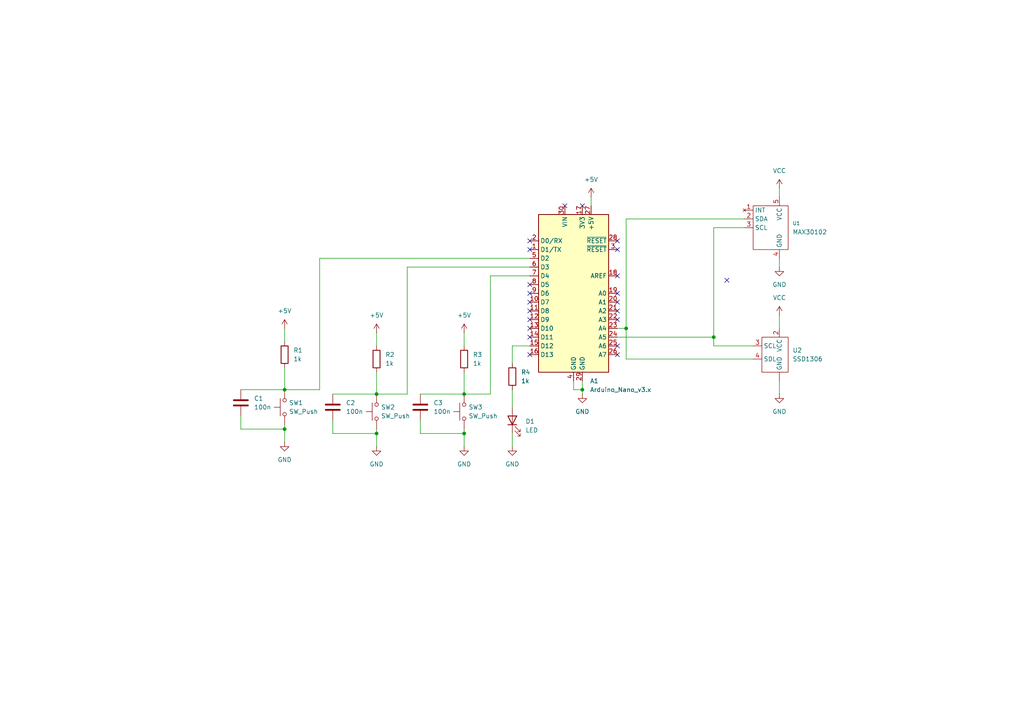
<source format=kicad_sch>
(kicad_sch
	(version 20231120)
	(generator "eeschema")
	(generator_version "8.0")
	(uuid "7eef08fa-fbc0-455c-94fd-5eca8092028b")
	(paper "A4")
	(lib_symbols
		(symbol "Device:C"
			(pin_numbers hide)
			(pin_names
				(offset 0.254)
			)
			(exclude_from_sim no)
			(in_bom yes)
			(on_board yes)
			(property "Reference" "C"
				(at 0.635 2.54 0)
				(effects
					(font
						(size 1.27 1.27)
					)
					(justify left)
				)
			)
			(property "Value" "C"
				(at 0.635 -2.54 0)
				(effects
					(font
						(size 1.27 1.27)
					)
					(justify left)
				)
			)
			(property "Footprint" ""
				(at 0.9652 -3.81 0)
				(effects
					(font
						(size 1.27 1.27)
					)
					(hide yes)
				)
			)
			(property "Datasheet" "~"
				(at 0 0 0)
				(effects
					(font
						(size 1.27 1.27)
					)
					(hide yes)
				)
			)
			(property "Description" "Unpolarized capacitor"
				(at 0 0 0)
				(effects
					(font
						(size 1.27 1.27)
					)
					(hide yes)
				)
			)
			(property "ki_keywords" "cap capacitor"
				(at 0 0 0)
				(effects
					(font
						(size 1.27 1.27)
					)
					(hide yes)
				)
			)
			(property "ki_fp_filters" "C_*"
				(at 0 0 0)
				(effects
					(font
						(size 1.27 1.27)
					)
					(hide yes)
				)
			)
			(symbol "C_0_1"
				(polyline
					(pts
						(xy -2.032 -0.762) (xy 2.032 -0.762)
					)
					(stroke
						(width 0.508)
						(type default)
					)
					(fill
						(type none)
					)
				)
				(polyline
					(pts
						(xy -2.032 0.762) (xy 2.032 0.762)
					)
					(stroke
						(width 0.508)
						(type default)
					)
					(fill
						(type none)
					)
				)
			)
			(symbol "C_1_1"
				(pin passive line
					(at 0 3.81 270)
					(length 2.794)
					(name "~"
						(effects
							(font
								(size 1.27 1.27)
							)
						)
					)
					(number "1"
						(effects
							(font
								(size 1.27 1.27)
							)
						)
					)
				)
				(pin passive line
					(at 0 -3.81 90)
					(length 2.794)
					(name "~"
						(effects
							(font
								(size 1.27 1.27)
							)
						)
					)
					(number "2"
						(effects
							(font
								(size 1.27 1.27)
							)
						)
					)
				)
			)
		)
		(symbol "Device:LED"
			(pin_numbers hide)
			(pin_names
				(offset 1.016) hide)
			(exclude_from_sim no)
			(in_bom yes)
			(on_board yes)
			(property "Reference" "D"
				(at 0 2.54 0)
				(effects
					(font
						(size 1.27 1.27)
					)
				)
			)
			(property "Value" "LED"
				(at 0 -2.54 0)
				(effects
					(font
						(size 1.27 1.27)
					)
				)
			)
			(property "Footprint" ""
				(at 0 0 0)
				(effects
					(font
						(size 1.27 1.27)
					)
					(hide yes)
				)
			)
			(property "Datasheet" "~"
				(at 0 0 0)
				(effects
					(font
						(size 1.27 1.27)
					)
					(hide yes)
				)
			)
			(property "Description" "Light emitting diode"
				(at 0 0 0)
				(effects
					(font
						(size 1.27 1.27)
					)
					(hide yes)
				)
			)
			(property "ki_keywords" "LED diode"
				(at 0 0 0)
				(effects
					(font
						(size 1.27 1.27)
					)
					(hide yes)
				)
			)
			(property "ki_fp_filters" "LED* LED_SMD:* LED_THT:*"
				(at 0 0 0)
				(effects
					(font
						(size 1.27 1.27)
					)
					(hide yes)
				)
			)
			(symbol "LED_0_1"
				(polyline
					(pts
						(xy -1.27 -1.27) (xy -1.27 1.27)
					)
					(stroke
						(width 0.254)
						(type default)
					)
					(fill
						(type none)
					)
				)
				(polyline
					(pts
						(xy -1.27 0) (xy 1.27 0)
					)
					(stroke
						(width 0)
						(type default)
					)
					(fill
						(type none)
					)
				)
				(polyline
					(pts
						(xy 1.27 -1.27) (xy 1.27 1.27) (xy -1.27 0) (xy 1.27 -1.27)
					)
					(stroke
						(width 0.254)
						(type default)
					)
					(fill
						(type none)
					)
				)
				(polyline
					(pts
						(xy -3.048 -0.762) (xy -4.572 -2.286) (xy -3.81 -2.286) (xy -4.572 -2.286) (xy -4.572 -1.524)
					)
					(stroke
						(width 0)
						(type default)
					)
					(fill
						(type none)
					)
				)
				(polyline
					(pts
						(xy -1.778 -0.762) (xy -3.302 -2.286) (xy -2.54 -2.286) (xy -3.302 -2.286) (xy -3.302 -1.524)
					)
					(stroke
						(width 0)
						(type default)
					)
					(fill
						(type none)
					)
				)
			)
			(symbol "LED_1_1"
				(pin passive line
					(at -3.81 0 0)
					(length 2.54)
					(name "K"
						(effects
							(font
								(size 1.27 1.27)
							)
						)
					)
					(number "1"
						(effects
							(font
								(size 1.27 1.27)
							)
						)
					)
				)
				(pin passive line
					(at 3.81 0 180)
					(length 2.54)
					(name "A"
						(effects
							(font
								(size 1.27 1.27)
							)
						)
					)
					(number "2"
						(effects
							(font
								(size 1.27 1.27)
							)
						)
					)
				)
			)
		)
		(symbol "Device:R"
			(pin_numbers hide)
			(pin_names
				(offset 0)
			)
			(exclude_from_sim no)
			(in_bom yes)
			(on_board yes)
			(property "Reference" "R"
				(at 2.032 0 90)
				(effects
					(font
						(size 1.27 1.27)
					)
				)
			)
			(property "Value" "R"
				(at 0 0 90)
				(effects
					(font
						(size 1.27 1.27)
					)
				)
			)
			(property "Footprint" ""
				(at -1.778 0 90)
				(effects
					(font
						(size 1.27 1.27)
					)
					(hide yes)
				)
			)
			(property "Datasheet" "~"
				(at 0 0 0)
				(effects
					(font
						(size 1.27 1.27)
					)
					(hide yes)
				)
			)
			(property "Description" "Resistor"
				(at 0 0 0)
				(effects
					(font
						(size 1.27 1.27)
					)
					(hide yes)
				)
			)
			(property "ki_keywords" "R res resistor"
				(at 0 0 0)
				(effects
					(font
						(size 1.27 1.27)
					)
					(hide yes)
				)
			)
			(property "ki_fp_filters" "R_*"
				(at 0 0 0)
				(effects
					(font
						(size 1.27 1.27)
					)
					(hide yes)
				)
			)
			(symbol "R_0_1"
				(rectangle
					(start -1.016 -2.54)
					(end 1.016 2.54)
					(stroke
						(width 0.254)
						(type default)
					)
					(fill
						(type none)
					)
				)
			)
			(symbol "R_1_1"
				(pin passive line
					(at 0 3.81 270)
					(length 1.27)
					(name "~"
						(effects
							(font
								(size 1.27 1.27)
							)
						)
					)
					(number "1"
						(effects
							(font
								(size 1.27 1.27)
							)
						)
					)
				)
				(pin passive line
					(at 0 -3.81 90)
					(length 1.27)
					(name "~"
						(effects
							(font
								(size 1.27 1.27)
							)
						)
					)
					(number "2"
						(effects
							(font
								(size 1.27 1.27)
							)
						)
					)
				)
			)
		)
		(symbol "MCU_Module:Arduino_Nano_v3.x"
			(exclude_from_sim no)
			(in_bom yes)
			(on_board yes)
			(property "Reference" "A"
				(at -10.16 23.495 0)
				(effects
					(font
						(size 1.27 1.27)
					)
					(justify left bottom)
				)
			)
			(property "Value" "Arduino_Nano_v3.x"
				(at 5.08 -24.13 0)
				(effects
					(font
						(size 1.27 1.27)
					)
					(justify left top)
				)
			)
			(property "Footprint" "Module:Arduino_Nano"
				(at 0 0 0)
				(effects
					(font
						(size 1.27 1.27)
						(italic yes)
					)
					(hide yes)
				)
			)
			(property "Datasheet" "http://www.mouser.com/pdfdocs/Gravitech_Arduino_Nano3_0.pdf"
				(at 0 0 0)
				(effects
					(font
						(size 1.27 1.27)
					)
					(hide yes)
				)
			)
			(property "Description" "Arduino Nano v3.x"
				(at 0 0 0)
				(effects
					(font
						(size 1.27 1.27)
					)
					(hide yes)
				)
			)
			(property "ki_keywords" "Arduino nano microcontroller module USB"
				(at 0 0 0)
				(effects
					(font
						(size 1.27 1.27)
					)
					(hide yes)
				)
			)
			(property "ki_fp_filters" "Arduino*Nano*"
				(at 0 0 0)
				(effects
					(font
						(size 1.27 1.27)
					)
					(hide yes)
				)
			)
			(symbol "Arduino_Nano_v3.x_0_1"
				(rectangle
					(start -10.16 22.86)
					(end 10.16 -22.86)
					(stroke
						(width 0.254)
						(type default)
					)
					(fill
						(type background)
					)
				)
			)
			(symbol "Arduino_Nano_v3.x_1_1"
				(pin bidirectional line
					(at -12.7 12.7 0)
					(length 2.54)
					(name "D1/TX"
						(effects
							(font
								(size 1.27 1.27)
							)
						)
					)
					(number "1"
						(effects
							(font
								(size 1.27 1.27)
							)
						)
					)
				)
				(pin bidirectional line
					(at -12.7 -2.54 0)
					(length 2.54)
					(name "D7"
						(effects
							(font
								(size 1.27 1.27)
							)
						)
					)
					(number "10"
						(effects
							(font
								(size 1.27 1.27)
							)
						)
					)
				)
				(pin bidirectional line
					(at -12.7 -5.08 0)
					(length 2.54)
					(name "D8"
						(effects
							(font
								(size 1.27 1.27)
							)
						)
					)
					(number "11"
						(effects
							(font
								(size 1.27 1.27)
							)
						)
					)
				)
				(pin bidirectional line
					(at -12.7 -7.62 0)
					(length 2.54)
					(name "D9"
						(effects
							(font
								(size 1.27 1.27)
							)
						)
					)
					(number "12"
						(effects
							(font
								(size 1.27 1.27)
							)
						)
					)
				)
				(pin bidirectional line
					(at -12.7 -10.16 0)
					(length 2.54)
					(name "D10"
						(effects
							(font
								(size 1.27 1.27)
							)
						)
					)
					(number "13"
						(effects
							(font
								(size 1.27 1.27)
							)
						)
					)
				)
				(pin bidirectional line
					(at -12.7 -12.7 0)
					(length 2.54)
					(name "D11"
						(effects
							(font
								(size 1.27 1.27)
							)
						)
					)
					(number "14"
						(effects
							(font
								(size 1.27 1.27)
							)
						)
					)
				)
				(pin bidirectional line
					(at -12.7 -15.24 0)
					(length 2.54)
					(name "D12"
						(effects
							(font
								(size 1.27 1.27)
							)
						)
					)
					(number "15"
						(effects
							(font
								(size 1.27 1.27)
							)
						)
					)
				)
				(pin bidirectional line
					(at -12.7 -17.78 0)
					(length 2.54)
					(name "D13"
						(effects
							(font
								(size 1.27 1.27)
							)
						)
					)
					(number "16"
						(effects
							(font
								(size 1.27 1.27)
							)
						)
					)
				)
				(pin power_out line
					(at 2.54 25.4 270)
					(length 2.54)
					(name "3V3"
						(effects
							(font
								(size 1.27 1.27)
							)
						)
					)
					(number "17"
						(effects
							(font
								(size 1.27 1.27)
							)
						)
					)
				)
				(pin input line
					(at 12.7 5.08 180)
					(length 2.54)
					(name "AREF"
						(effects
							(font
								(size 1.27 1.27)
							)
						)
					)
					(number "18"
						(effects
							(font
								(size 1.27 1.27)
							)
						)
					)
				)
				(pin bidirectional line
					(at 12.7 0 180)
					(length 2.54)
					(name "A0"
						(effects
							(font
								(size 1.27 1.27)
							)
						)
					)
					(number "19"
						(effects
							(font
								(size 1.27 1.27)
							)
						)
					)
				)
				(pin bidirectional line
					(at -12.7 15.24 0)
					(length 2.54)
					(name "D0/RX"
						(effects
							(font
								(size 1.27 1.27)
							)
						)
					)
					(number "2"
						(effects
							(font
								(size 1.27 1.27)
							)
						)
					)
				)
				(pin bidirectional line
					(at 12.7 -2.54 180)
					(length 2.54)
					(name "A1"
						(effects
							(font
								(size 1.27 1.27)
							)
						)
					)
					(number "20"
						(effects
							(font
								(size 1.27 1.27)
							)
						)
					)
				)
				(pin bidirectional line
					(at 12.7 -5.08 180)
					(length 2.54)
					(name "A2"
						(effects
							(font
								(size 1.27 1.27)
							)
						)
					)
					(number "21"
						(effects
							(font
								(size 1.27 1.27)
							)
						)
					)
				)
				(pin bidirectional line
					(at 12.7 -7.62 180)
					(length 2.54)
					(name "A3"
						(effects
							(font
								(size 1.27 1.27)
							)
						)
					)
					(number "22"
						(effects
							(font
								(size 1.27 1.27)
							)
						)
					)
				)
				(pin bidirectional line
					(at 12.7 -10.16 180)
					(length 2.54)
					(name "A4"
						(effects
							(font
								(size 1.27 1.27)
							)
						)
					)
					(number "23"
						(effects
							(font
								(size 1.27 1.27)
							)
						)
					)
				)
				(pin bidirectional line
					(at 12.7 -12.7 180)
					(length 2.54)
					(name "A5"
						(effects
							(font
								(size 1.27 1.27)
							)
						)
					)
					(number "24"
						(effects
							(font
								(size 1.27 1.27)
							)
						)
					)
				)
				(pin bidirectional line
					(at 12.7 -15.24 180)
					(length 2.54)
					(name "A6"
						(effects
							(font
								(size 1.27 1.27)
							)
						)
					)
					(number "25"
						(effects
							(font
								(size 1.27 1.27)
							)
						)
					)
				)
				(pin bidirectional line
					(at 12.7 -17.78 180)
					(length 2.54)
					(name "A7"
						(effects
							(font
								(size 1.27 1.27)
							)
						)
					)
					(number "26"
						(effects
							(font
								(size 1.27 1.27)
							)
						)
					)
				)
				(pin power_out line
					(at 5.08 25.4 270)
					(length 2.54)
					(name "+5V"
						(effects
							(font
								(size 1.27 1.27)
							)
						)
					)
					(number "27"
						(effects
							(font
								(size 1.27 1.27)
							)
						)
					)
				)
				(pin input line
					(at 12.7 15.24 180)
					(length 2.54)
					(name "~{RESET}"
						(effects
							(font
								(size 1.27 1.27)
							)
						)
					)
					(number "28"
						(effects
							(font
								(size 1.27 1.27)
							)
						)
					)
				)
				(pin power_in line
					(at 2.54 -25.4 90)
					(length 2.54)
					(name "GND"
						(effects
							(font
								(size 1.27 1.27)
							)
						)
					)
					(number "29"
						(effects
							(font
								(size 1.27 1.27)
							)
						)
					)
				)
				(pin input line
					(at 12.7 12.7 180)
					(length 2.54)
					(name "~{RESET}"
						(effects
							(font
								(size 1.27 1.27)
							)
						)
					)
					(number "3"
						(effects
							(font
								(size 1.27 1.27)
							)
						)
					)
				)
				(pin power_in line
					(at -2.54 25.4 270)
					(length 2.54)
					(name "VIN"
						(effects
							(font
								(size 1.27 1.27)
							)
						)
					)
					(number "30"
						(effects
							(font
								(size 1.27 1.27)
							)
						)
					)
				)
				(pin power_in line
					(at 0 -25.4 90)
					(length 2.54)
					(name "GND"
						(effects
							(font
								(size 1.27 1.27)
							)
						)
					)
					(number "4"
						(effects
							(font
								(size 1.27 1.27)
							)
						)
					)
				)
				(pin bidirectional line
					(at -12.7 10.16 0)
					(length 2.54)
					(name "D2"
						(effects
							(font
								(size 1.27 1.27)
							)
						)
					)
					(number "5"
						(effects
							(font
								(size 1.27 1.27)
							)
						)
					)
				)
				(pin bidirectional line
					(at -12.7 7.62 0)
					(length 2.54)
					(name "D3"
						(effects
							(font
								(size 1.27 1.27)
							)
						)
					)
					(number "6"
						(effects
							(font
								(size 1.27 1.27)
							)
						)
					)
				)
				(pin bidirectional line
					(at -12.7 5.08 0)
					(length 2.54)
					(name "D4"
						(effects
							(font
								(size 1.27 1.27)
							)
						)
					)
					(number "7"
						(effects
							(font
								(size 1.27 1.27)
							)
						)
					)
				)
				(pin bidirectional line
					(at -12.7 2.54 0)
					(length 2.54)
					(name "D5"
						(effects
							(font
								(size 1.27 1.27)
							)
						)
					)
					(number "8"
						(effects
							(font
								(size 1.27 1.27)
							)
						)
					)
				)
				(pin bidirectional line
					(at -12.7 0 0)
					(length 2.54)
					(name "D6"
						(effects
							(font
								(size 1.27 1.27)
							)
						)
					)
					(number "9"
						(effects
							(font
								(size 1.27 1.27)
							)
						)
					)
				)
			)
		)
		(symbol "SPO2_stuff:MAX30102_Module"
			(exclude_from_sim no)
			(in_bom yes)
			(on_board yes)
			(property "Reference" "U"
				(at 1.778 -1.016 0)
				(effects
					(font
						(size 1.016 1.016)
					)
				)
			)
			(property "Value" "MAX30102"
				(at 9.398 -9.144 0)
				(effects
					(font
						(size 1.27 1.27)
					)
				)
			)
			(property "Footprint" ""
				(at 0 0 0)
				(effects
					(font
						(size 1.27 1.27)
					)
					(hide yes)
				)
			)
			(property "Datasheet" ""
				(at 0 0 0)
				(effects
					(font
						(size 1.27 1.27)
					)
					(hide yes)
				)
			)
			(property "Description" ""
				(at 0 0 0)
				(effects
					(font
						(size 1.27 1.27)
					)
					(hide yes)
				)
			)
			(symbol "MAX30102_Module_0_1"
				(rectangle
					(start -3.81 5.08)
					(end 6.35 -7.62)
					(stroke
						(width 0)
						(type default)
					)
					(fill
						(type none)
					)
				)
			)
			(symbol "MAX30102_Module_1_1"
				(pin no_connect line
					(at -6.35 3.81 0)
					(length 2.54)
					(name "INT"
						(effects
							(font
								(size 1.27 1.27)
							)
						)
					)
					(number "1"
						(effects
							(font
								(size 1.27 1.27)
							)
						)
					)
				)
				(pin bidirectional line
					(at -6.35 1.27 0)
					(length 2.54)
					(name "SDA"
						(effects
							(font
								(size 1.27 1.27)
							)
						)
					)
					(number "2"
						(effects
							(font
								(size 1.27 1.27)
							)
						)
					)
				)
				(pin input line
					(at -6.35 -1.27 0)
					(length 2.54)
					(name "SCL"
						(effects
							(font
								(size 1.27 1.27)
							)
						)
					)
					(number "3"
						(effects
							(font
								(size 1.27 1.27)
							)
						)
					)
				)
				(pin power_out line
					(at 3.81 -10.16 90)
					(length 2.54)
					(name "GND"
						(effects
							(font
								(size 1.27 1.27)
							)
						)
					)
					(number "4"
						(effects
							(font
								(size 1.27 1.27)
							)
						)
					)
				)
				(pin power_in line
					(at 3.81 7.62 270)
					(length 2.54)
					(name "VCC"
						(effects
							(font
								(size 1.27 1.27)
							)
						)
					)
					(number "5"
						(effects
							(font
								(size 1.27 1.27)
							)
						)
					)
				)
			)
		)
		(symbol "SPO2_stuff:SSD1306"
			(exclude_from_sim no)
			(in_bom yes)
			(on_board yes)
			(property "Reference" "U"
				(at 0 0 0)
				(effects
					(font
						(size 1.27 1.27)
					)
				)
			)
			(property "Value" "SSD1306"
				(at 6.35 -6.35 0)
				(effects
					(font
						(size 1.27 1.27)
					)
				)
			)
			(property "Footprint" ""
				(at 0 0 0)
				(effects
					(font
						(size 1.27 1.27)
					)
					(hide yes)
				)
			)
			(property "Datasheet" ""
				(at 0 0 0)
				(effects
					(font
						(size 1.27 1.27)
					)
					(hide yes)
				)
			)
			(property "Description" ""
				(at 0 0 0)
				(effects
					(font
						(size 1.27 1.27)
					)
					(hide yes)
				)
			)
			(symbol "SSD1306_0_1"
				(rectangle
					(start -3.81 5.08)
					(end 3.81 -5.08)
					(stroke
						(width 0)
						(type default)
					)
					(fill
						(type none)
					)
				)
			)
			(symbol "SSD1306_1_1"
				(pin power_in line
					(at 1.27 -7.62 90)
					(length 2.54)
					(name "GND"
						(effects
							(font
								(size 1.27 1.27)
							)
						)
					)
					(number ""
						(effects
							(font
								(size 1.27 1.27)
							)
						)
					)
				)
				(pin power_in line
					(at 1.27 7.62 270)
					(length 2.54)
					(name "VCC"
						(effects
							(font
								(size 1.27 1.27)
							)
						)
					)
					(number "2"
						(effects
							(font
								(size 1.27 1.27)
							)
						)
					)
				)
				(pin input line
					(at -6.35 2.54 0)
					(length 2.54)
					(name "SCL"
						(effects
							(font
								(size 1.27 1.27)
							)
						)
					)
					(number "3"
						(effects
							(font
								(size 1.27 1.27)
							)
						)
					)
				)
				(pin bidirectional line
					(at -6.35 -1.27 0)
					(length 2.54)
					(name "SDL"
						(effects
							(font
								(size 1.27 1.27)
							)
						)
					)
					(number "4"
						(effects
							(font
								(size 1.27 1.27)
							)
						)
					)
				)
			)
		)
		(symbol "Switch:SW_Push"
			(pin_numbers hide)
			(pin_names
				(offset 1.016) hide)
			(exclude_from_sim no)
			(in_bom yes)
			(on_board yes)
			(property "Reference" "SW"
				(at 1.27 2.54 0)
				(effects
					(font
						(size 1.27 1.27)
					)
					(justify left)
				)
			)
			(property "Value" "SW_Push"
				(at 0 -1.524 0)
				(effects
					(font
						(size 1.27 1.27)
					)
				)
			)
			(property "Footprint" ""
				(at 0 5.08 0)
				(effects
					(font
						(size 1.27 1.27)
					)
					(hide yes)
				)
			)
			(property "Datasheet" "~"
				(at 0 5.08 0)
				(effects
					(font
						(size 1.27 1.27)
					)
					(hide yes)
				)
			)
			(property "Description" "Push button switch, generic, two pins"
				(at 0 0 0)
				(effects
					(font
						(size 1.27 1.27)
					)
					(hide yes)
				)
			)
			(property "ki_keywords" "switch normally-open pushbutton push-button"
				(at 0 0 0)
				(effects
					(font
						(size 1.27 1.27)
					)
					(hide yes)
				)
			)
			(symbol "SW_Push_0_1"
				(circle
					(center -2.032 0)
					(radius 0.508)
					(stroke
						(width 0)
						(type default)
					)
					(fill
						(type none)
					)
				)
				(polyline
					(pts
						(xy 0 1.27) (xy 0 3.048)
					)
					(stroke
						(width 0)
						(type default)
					)
					(fill
						(type none)
					)
				)
				(polyline
					(pts
						(xy 2.54 1.27) (xy -2.54 1.27)
					)
					(stroke
						(width 0)
						(type default)
					)
					(fill
						(type none)
					)
				)
				(circle
					(center 2.032 0)
					(radius 0.508)
					(stroke
						(width 0)
						(type default)
					)
					(fill
						(type none)
					)
				)
				(pin passive line
					(at -5.08 0 0)
					(length 2.54)
					(name "1"
						(effects
							(font
								(size 1.27 1.27)
							)
						)
					)
					(number "1"
						(effects
							(font
								(size 1.27 1.27)
							)
						)
					)
				)
				(pin passive line
					(at 5.08 0 180)
					(length 2.54)
					(name "2"
						(effects
							(font
								(size 1.27 1.27)
							)
						)
					)
					(number "2"
						(effects
							(font
								(size 1.27 1.27)
							)
						)
					)
				)
			)
		)
		(symbol "power:+5V"
			(power)
			(pin_numbers hide)
			(pin_names
				(offset 0) hide)
			(exclude_from_sim no)
			(in_bom yes)
			(on_board yes)
			(property "Reference" "#PWR"
				(at 0 -3.81 0)
				(effects
					(font
						(size 1.27 1.27)
					)
					(hide yes)
				)
			)
			(property "Value" "+5V"
				(at 0 3.556 0)
				(effects
					(font
						(size 1.27 1.27)
					)
				)
			)
			(property "Footprint" ""
				(at 0 0 0)
				(effects
					(font
						(size 1.27 1.27)
					)
					(hide yes)
				)
			)
			(property "Datasheet" ""
				(at 0 0 0)
				(effects
					(font
						(size 1.27 1.27)
					)
					(hide yes)
				)
			)
			(property "Description" "Power symbol creates a global label with name \"+5V\""
				(at 0 0 0)
				(effects
					(font
						(size 1.27 1.27)
					)
					(hide yes)
				)
			)
			(property "ki_keywords" "global power"
				(at 0 0 0)
				(effects
					(font
						(size 1.27 1.27)
					)
					(hide yes)
				)
			)
			(symbol "+5V_0_1"
				(polyline
					(pts
						(xy -0.762 1.27) (xy 0 2.54)
					)
					(stroke
						(width 0)
						(type default)
					)
					(fill
						(type none)
					)
				)
				(polyline
					(pts
						(xy 0 0) (xy 0 2.54)
					)
					(stroke
						(width 0)
						(type default)
					)
					(fill
						(type none)
					)
				)
				(polyline
					(pts
						(xy 0 2.54) (xy 0.762 1.27)
					)
					(stroke
						(width 0)
						(type default)
					)
					(fill
						(type none)
					)
				)
			)
			(symbol "+5V_1_1"
				(pin power_in line
					(at 0 0 90)
					(length 0)
					(name "~"
						(effects
							(font
								(size 1.27 1.27)
							)
						)
					)
					(number "1"
						(effects
							(font
								(size 1.27 1.27)
							)
						)
					)
				)
			)
		)
		(symbol "power:GND"
			(power)
			(pin_numbers hide)
			(pin_names
				(offset 0) hide)
			(exclude_from_sim no)
			(in_bom yes)
			(on_board yes)
			(property "Reference" "#PWR"
				(at 0 -6.35 0)
				(effects
					(font
						(size 1.27 1.27)
					)
					(hide yes)
				)
			)
			(property "Value" "GND"
				(at 0 -3.81 0)
				(effects
					(font
						(size 1.27 1.27)
					)
				)
			)
			(property "Footprint" ""
				(at 0 0 0)
				(effects
					(font
						(size 1.27 1.27)
					)
					(hide yes)
				)
			)
			(property "Datasheet" ""
				(at 0 0 0)
				(effects
					(font
						(size 1.27 1.27)
					)
					(hide yes)
				)
			)
			(property "Description" "Power symbol creates a global label with name \"GND\" , ground"
				(at 0 0 0)
				(effects
					(font
						(size 1.27 1.27)
					)
					(hide yes)
				)
			)
			(property "ki_keywords" "global power"
				(at 0 0 0)
				(effects
					(font
						(size 1.27 1.27)
					)
					(hide yes)
				)
			)
			(symbol "GND_0_1"
				(polyline
					(pts
						(xy 0 0) (xy 0 -1.27) (xy 1.27 -1.27) (xy 0 -2.54) (xy -1.27 -1.27) (xy 0 -1.27)
					)
					(stroke
						(width 0)
						(type default)
					)
					(fill
						(type none)
					)
				)
			)
			(symbol "GND_1_1"
				(pin power_in line
					(at 0 0 270)
					(length 0)
					(name "~"
						(effects
							(font
								(size 1.27 1.27)
							)
						)
					)
					(number "1"
						(effects
							(font
								(size 1.27 1.27)
							)
						)
					)
				)
			)
		)
		(symbol "power:VCC"
			(power)
			(pin_numbers hide)
			(pin_names
				(offset 0) hide)
			(exclude_from_sim no)
			(in_bom yes)
			(on_board yes)
			(property "Reference" "#PWR"
				(at 0 -3.81 0)
				(effects
					(font
						(size 1.27 1.27)
					)
					(hide yes)
				)
			)
			(property "Value" "VCC"
				(at 0 3.556 0)
				(effects
					(font
						(size 1.27 1.27)
					)
				)
			)
			(property "Footprint" ""
				(at 0 0 0)
				(effects
					(font
						(size 1.27 1.27)
					)
					(hide yes)
				)
			)
			(property "Datasheet" ""
				(at 0 0 0)
				(effects
					(font
						(size 1.27 1.27)
					)
					(hide yes)
				)
			)
			(property "Description" "Power symbol creates a global label with name \"VCC\""
				(at 0 0 0)
				(effects
					(font
						(size 1.27 1.27)
					)
					(hide yes)
				)
			)
			(property "ki_keywords" "global power"
				(at 0 0 0)
				(effects
					(font
						(size 1.27 1.27)
					)
					(hide yes)
				)
			)
			(symbol "VCC_0_1"
				(polyline
					(pts
						(xy -0.762 1.27) (xy 0 2.54)
					)
					(stroke
						(width 0)
						(type default)
					)
					(fill
						(type none)
					)
				)
				(polyline
					(pts
						(xy 0 0) (xy 0 2.54)
					)
					(stroke
						(width 0)
						(type default)
					)
					(fill
						(type none)
					)
				)
				(polyline
					(pts
						(xy 0 2.54) (xy 0.762 1.27)
					)
					(stroke
						(width 0)
						(type default)
					)
					(fill
						(type none)
					)
				)
			)
			(symbol "VCC_1_1"
				(pin power_in line
					(at 0 0 90)
					(length 0)
					(name "~"
						(effects
							(font
								(size 1.27 1.27)
							)
						)
					)
					(number "1"
						(effects
							(font
								(size 1.27 1.27)
							)
						)
					)
				)
			)
		)
	)
	(junction
		(at 109.22 125.73)
		(diameter 0)
		(color 0 0 0 0)
		(uuid "0c39c9c9-d403-49f7-8786-58ec609c10fd")
	)
	(junction
		(at 168.91 113.03)
		(diameter 0)
		(color 0 0 0 0)
		(uuid "1d9dad60-efd1-48d4-b988-3c001802dfc7")
	)
	(junction
		(at 82.55 124.46)
		(diameter 0)
		(color 0 0 0 0)
		(uuid "9480d8b9-e88e-4c39-b440-400a153c58d8")
	)
	(junction
		(at 82.55 113.03)
		(diameter 0)
		(color 0 0 0 0)
		(uuid "aaced321-29c0-43c8-a84a-9f3886c62eeb")
	)
	(junction
		(at 181.61 95.25)
		(diameter 0)
		(color 0 0 0 0)
		(uuid "d358932e-318f-4193-b5f2-d859c2edbfa2")
	)
	(junction
		(at 109.22 114.3)
		(diameter 0)
		(color 0 0 0 0)
		(uuid "d9b195b3-6104-4f46-9b3d-3af2f03f3e97")
	)
	(junction
		(at 134.62 125.73)
		(diameter 0)
		(color 0 0 0 0)
		(uuid "f23501d1-93d7-46ba-894b-5bbd598201d0")
	)
	(junction
		(at 134.62 114.3)
		(diameter 0)
		(color 0 0 0 0)
		(uuid "f6d48307-ee89-4849-8608-f0dcc945e878")
	)
	(junction
		(at 207.01 97.79)
		(diameter 0)
		(color 0 0 0 0)
		(uuid "fb3333fd-9089-4494-8d5e-38dc15a77703")
	)
	(no_connect
		(at 153.67 85.09)
		(uuid "3687fe68-f616-4781-b558-66ee9e2a6e2e")
	)
	(no_connect
		(at 153.67 95.25)
		(uuid "43915391-100f-4cd1-b3da-adc6e9de666d")
	)
	(no_connect
		(at 153.67 102.87)
		(uuid "59753443-b3d5-47cf-a049-0ed0bf9da1a0")
	)
	(no_connect
		(at 210.82 81.28)
		(uuid "5be409a5-b622-4b59-a924-99dcda36235d")
	)
	(no_connect
		(at 153.67 92.71)
		(uuid "60d3367a-a30b-4a66-aec6-80b9e106ad46")
	)
	(no_connect
		(at 179.07 69.85)
		(uuid "6ab553eb-885f-4471-8269-c1742498dd35")
	)
	(no_connect
		(at 179.07 100.33)
		(uuid "6bdc4834-bb71-4ca8-8e49-6d9a229a7222")
	)
	(no_connect
		(at 153.67 72.39)
		(uuid "70f44f32-bbaf-44df-ade0-7b10fd27f856")
	)
	(no_connect
		(at 153.67 90.17)
		(uuid "7e295dda-507f-43c0-a942-fabf13a00f0b")
	)
	(no_connect
		(at 179.07 85.09)
		(uuid "7fd7b9ec-8598-4e84-b8b5-ba96978fceb7")
	)
	(no_connect
		(at 153.67 87.63)
		(uuid "9100f9b8-1efd-4544-896b-70e7c855833b")
	)
	(no_connect
		(at 163.83 59.69)
		(uuid "9196eb54-2855-4353-bbc0-b92f1a139dc3")
	)
	(no_connect
		(at 168.91 59.69)
		(uuid "96dd31f6-8a49-4249-9442-7c1e5bacca73")
	)
	(no_connect
		(at 153.67 82.55)
		(uuid "a071512e-e8da-4e77-85da-3efe242a2a17")
	)
	(no_connect
		(at 179.07 92.71)
		(uuid "a719d801-a3de-4c04-9b9a-b23d5a409c68")
	)
	(no_connect
		(at 179.07 72.39)
		(uuid "b476fcfd-af55-4ec7-bf16-2a4907747033")
	)
	(no_connect
		(at 179.07 90.17)
		(uuid "cd3ef6b0-7429-4a1e-a926-a6cb4964d7e4")
	)
	(no_connect
		(at 179.07 87.63)
		(uuid "ed648e16-98a0-4da9-98ef-b4054c8d3028")
	)
	(no_connect
		(at 153.67 97.79)
		(uuid "f3ab2a84-77f9-4d91-98f3-ebb8218fd58b")
	)
	(no_connect
		(at 179.07 102.87)
		(uuid "f8332acd-baf1-4f0f-ae16-1d36915650f5")
	)
	(no_connect
		(at 179.07 80.01)
		(uuid "fec9ba10-cb7d-412f-9f8b-0a9e7c3aeba0")
	)
	(no_connect
		(at 153.67 69.85)
		(uuid "ffb1ceb2-56b7-4f06-99bd-1934fa3825e8")
	)
	(wire
		(pts
			(xy 109.22 114.3) (xy 118.11 114.3)
		)
		(stroke
			(width 0)
			(type default)
		)
		(uuid "022c3cb9-788a-4075-be89-d3cbe87cff4e")
	)
	(wire
		(pts
			(xy 215.9 63.5) (xy 181.61 63.5)
		)
		(stroke
			(width 0)
			(type default)
		)
		(uuid "052c5d1d-51e2-46bc-ae30-3d1ae75136d7")
	)
	(wire
		(pts
			(xy 69.85 120.65) (xy 69.85 124.46)
		)
		(stroke
			(width 0)
			(type default)
		)
		(uuid "073410bc-fa3c-4fbf-b7a6-de6754c2c3f1")
	)
	(wire
		(pts
			(xy 134.62 107.95) (xy 134.62 114.3)
		)
		(stroke
			(width 0)
			(type default)
		)
		(uuid "0993a8f2-b78c-4359-962d-7fd1a2f921b8")
	)
	(wire
		(pts
			(xy 69.85 124.46) (xy 82.55 124.46)
		)
		(stroke
			(width 0)
			(type default)
		)
		(uuid "09f880a4-137e-47ec-b6e5-25087b096b84")
	)
	(wire
		(pts
			(xy 82.55 106.68) (xy 82.55 113.03)
		)
		(stroke
			(width 0)
			(type default)
		)
		(uuid "1b020454-8eee-4a64-bf9a-f5299e4bee6d")
	)
	(wire
		(pts
			(xy 121.92 125.73) (xy 134.62 125.73)
		)
		(stroke
			(width 0)
			(type default)
		)
		(uuid "1cbefeed-6a2b-40d2-9bad-b55313d6b06a")
	)
	(wire
		(pts
			(xy 92.71 113.03) (xy 92.71 74.93)
		)
		(stroke
			(width 0)
			(type default)
		)
		(uuid "26a67d07-6ee8-41db-8611-3599aa3c4777")
	)
	(wire
		(pts
			(xy 96.52 114.3) (xy 109.22 114.3)
		)
		(stroke
			(width 0)
			(type default)
		)
		(uuid "2790c63b-e583-44e8-bc0b-77a3b1e4b6f3")
	)
	(wire
		(pts
			(xy 218.44 104.14) (xy 181.61 104.14)
		)
		(stroke
			(width 0)
			(type default)
		)
		(uuid "27ac7237-5df2-4c26-8eb0-d70fc962d358")
	)
	(wire
		(pts
			(xy 226.06 74.93) (xy 226.06 77.47)
		)
		(stroke
			(width 0)
			(type default)
		)
		(uuid "2fd52aa5-9f1b-4888-b776-2706bd49c73f")
	)
	(wire
		(pts
			(xy 166.37 113.03) (xy 168.91 113.03)
		)
		(stroke
			(width 0)
			(type default)
		)
		(uuid "357381dc-ead1-46d5-bf95-99129b2faea3")
	)
	(wire
		(pts
			(xy 207.01 97.79) (xy 207.01 66.04)
		)
		(stroke
			(width 0)
			(type default)
		)
		(uuid "3706bdbe-3dd6-4a58-aefb-f12113e94d49")
	)
	(wire
		(pts
			(xy 142.24 114.3) (xy 142.24 80.01)
		)
		(stroke
			(width 0)
			(type default)
		)
		(uuid "3aa4b072-e8ec-4c7a-b45d-57e301898a7a")
	)
	(wire
		(pts
			(xy 82.55 124.46) (xy 82.55 128.27)
		)
		(stroke
			(width 0)
			(type default)
		)
		(uuid "44ccdc75-685f-4d82-8258-74eec56e5f00")
	)
	(wire
		(pts
			(xy 166.37 110.49) (xy 166.37 113.03)
		)
		(stroke
			(width 0)
			(type default)
		)
		(uuid "47ae7225-c618-49e1-8806-3836bf6f500d")
	)
	(wire
		(pts
			(xy 179.07 97.79) (xy 207.01 97.79)
		)
		(stroke
			(width 0)
			(type default)
		)
		(uuid "4ba5c919-910c-4f5a-8e44-9d89f3156611")
	)
	(wire
		(pts
			(xy 134.62 114.3) (xy 142.24 114.3)
		)
		(stroke
			(width 0)
			(type default)
		)
		(uuid "4fed69b5-ac63-42b6-aad1-9b8c841f21b9")
	)
	(wire
		(pts
			(xy 181.61 95.25) (xy 179.07 95.25)
		)
		(stroke
			(width 0)
			(type default)
		)
		(uuid "51cf42fa-2390-457e-a7a6-05e5d1e642ae")
	)
	(wire
		(pts
			(xy 109.22 107.95) (xy 109.22 114.3)
		)
		(stroke
			(width 0)
			(type default)
		)
		(uuid "56d6597b-b69a-40c8-96a7-5372c46436d2")
	)
	(wire
		(pts
			(xy 207.01 66.04) (xy 215.9 66.04)
		)
		(stroke
			(width 0)
			(type default)
		)
		(uuid "578f9e42-b423-4ce7-aecf-cd38244afcfc")
	)
	(wire
		(pts
			(xy 181.61 104.14) (xy 181.61 95.25)
		)
		(stroke
			(width 0)
			(type default)
		)
		(uuid "58830b0c-7fde-43d0-b945-35915feddccc")
	)
	(wire
		(pts
			(xy 134.62 125.73) (xy 134.62 129.54)
		)
		(stroke
			(width 0)
			(type default)
		)
		(uuid "589474c6-4d06-4238-9f6e-34ac174dce4d")
	)
	(wire
		(pts
			(xy 142.24 80.01) (xy 153.67 80.01)
		)
		(stroke
			(width 0)
			(type default)
		)
		(uuid "5b33c3e3-5b2f-4513-85ce-969f14a3519f")
	)
	(wire
		(pts
			(xy 118.11 114.3) (xy 118.11 77.47)
		)
		(stroke
			(width 0)
			(type default)
		)
		(uuid "5d046445-6f9a-46d2-b244-58f8926a6d97")
	)
	(wire
		(pts
			(xy 109.22 125.73) (xy 109.22 129.54)
		)
		(stroke
			(width 0)
			(type default)
		)
		(uuid "5dae1939-f998-438c-9205-3493b4743c6d")
	)
	(wire
		(pts
			(xy 207.01 100.33) (xy 218.44 100.33)
		)
		(stroke
			(width 0)
			(type default)
		)
		(uuid "650b5784-f224-402e-83d3-e970b8ad1d81")
	)
	(wire
		(pts
			(xy 148.59 100.33) (xy 148.59 105.41)
		)
		(stroke
			(width 0)
			(type default)
		)
		(uuid "748cb846-58d4-4f40-9f3d-ec5745cb71ca")
	)
	(wire
		(pts
			(xy 226.06 91.44) (xy 226.06 95.25)
		)
		(stroke
			(width 0)
			(type default)
		)
		(uuid "7b3bf9fa-472e-41b2-9054-39faf8566471")
	)
	(wire
		(pts
			(xy 148.59 100.33) (xy 153.67 100.33)
		)
		(stroke
			(width 0)
			(type default)
		)
		(uuid "7c1fcd4a-dace-4b6d-bc55-d14350677d4a")
	)
	(wire
		(pts
			(xy 118.11 77.47) (xy 153.67 77.47)
		)
		(stroke
			(width 0)
			(type default)
		)
		(uuid "7c8cff89-29ac-45ac-a402-765ceaf45192")
	)
	(wire
		(pts
			(xy 92.71 74.93) (xy 153.67 74.93)
		)
		(stroke
			(width 0)
			(type default)
		)
		(uuid "89e547fc-cc0a-4e32-9986-cfc2a56bc7d1")
	)
	(wire
		(pts
			(xy 69.85 113.03) (xy 82.55 113.03)
		)
		(stroke
			(width 0)
			(type default)
		)
		(uuid "8f7cca0c-e548-4f60-8c0b-4b2b83761655")
	)
	(wire
		(pts
			(xy 226.06 110.49) (xy 226.06 114.3)
		)
		(stroke
			(width 0)
			(type default)
		)
		(uuid "92470ddf-71ae-4a10-9718-8f0a98959726")
	)
	(wire
		(pts
			(xy 148.59 125.73) (xy 148.59 129.54)
		)
		(stroke
			(width 0)
			(type default)
		)
		(uuid "9a33ba26-bd6f-422f-afa7-2a605f5e7a7c")
	)
	(wire
		(pts
			(xy 171.45 57.15) (xy 171.45 59.69)
		)
		(stroke
			(width 0)
			(type default)
		)
		(uuid "9d4a49a2-a7a9-44f8-92f7-f151b85b341f")
	)
	(wire
		(pts
			(xy 82.55 95.25) (xy 82.55 99.06)
		)
		(stroke
			(width 0)
			(type default)
		)
		(uuid "a3229cef-6c82-4412-bfcb-2c3cf3ece47f")
	)
	(wire
		(pts
			(xy 96.52 125.73) (xy 109.22 125.73)
		)
		(stroke
			(width 0)
			(type default)
		)
		(uuid "a5f05eae-8767-40f0-9289-937ad88b8c09")
	)
	(wire
		(pts
			(xy 134.62 96.52) (xy 134.62 100.33)
		)
		(stroke
			(width 0)
			(type default)
		)
		(uuid "a7683f50-1b39-4371-ba10-66127eca6542")
	)
	(wire
		(pts
			(xy 109.22 124.46) (xy 109.22 125.73)
		)
		(stroke
			(width 0)
			(type default)
		)
		(uuid "a7a49caf-159f-4136-8fb2-8f03f2476db8")
	)
	(wire
		(pts
			(xy 121.92 114.3) (xy 134.62 114.3)
		)
		(stroke
			(width 0)
			(type default)
		)
		(uuid "a864dc42-e8cf-4ce9-92a8-e7b569140ccd")
	)
	(wire
		(pts
			(xy 109.22 96.52) (xy 109.22 100.33)
		)
		(stroke
			(width 0)
			(type default)
		)
		(uuid "acbb53b9-e7cb-4b7b-a84d-04b91758e334")
	)
	(wire
		(pts
			(xy 181.61 63.5) (xy 181.61 95.25)
		)
		(stroke
			(width 0)
			(type default)
		)
		(uuid "b89257f7-0468-4e42-92a1-c48f06de515f")
	)
	(wire
		(pts
			(xy 96.52 121.92) (xy 96.52 125.73)
		)
		(stroke
			(width 0)
			(type default)
		)
		(uuid "c52fb5c3-816e-4809-8419-7c2b4e9dc36f")
	)
	(wire
		(pts
			(xy 168.91 110.49) (xy 168.91 113.03)
		)
		(stroke
			(width 0)
			(type default)
		)
		(uuid "c604ebe2-101f-407b-b4c6-affce644e04b")
	)
	(wire
		(pts
			(xy 226.06 54.61) (xy 226.06 57.15)
		)
		(stroke
			(width 0)
			(type default)
		)
		(uuid "c9da70a5-e558-48f0-a1f6-c984173704d4")
	)
	(wire
		(pts
			(xy 121.92 121.92) (xy 121.92 125.73)
		)
		(stroke
			(width 0)
			(type default)
		)
		(uuid "ca3a15b0-ecfa-4948-be31-5216b556b7a8")
	)
	(wire
		(pts
			(xy 207.01 97.79) (xy 207.01 100.33)
		)
		(stroke
			(width 0)
			(type default)
		)
		(uuid "ca44f10a-d3d7-49e8-984c-23fa350d81e8")
	)
	(wire
		(pts
			(xy 82.55 123.19) (xy 82.55 124.46)
		)
		(stroke
			(width 0)
			(type default)
		)
		(uuid "d8364da5-6253-43e7-ad78-9ba73804f4c2")
	)
	(wire
		(pts
			(xy 168.91 113.03) (xy 168.91 114.3)
		)
		(stroke
			(width 0)
			(type default)
		)
		(uuid "e0233717-1d2b-42e5-98ed-8cda426fe50d")
	)
	(wire
		(pts
			(xy 148.59 113.03) (xy 148.59 118.11)
		)
		(stroke
			(width 0)
			(type default)
		)
		(uuid "eabd2d36-ad4c-4f69-a019-97d2481d2bf9")
	)
	(wire
		(pts
			(xy 134.62 124.46) (xy 134.62 125.73)
		)
		(stroke
			(width 0)
			(type default)
		)
		(uuid "f5280396-c5c8-4afa-be5f-897d9af164c0")
	)
	(wire
		(pts
			(xy 82.55 113.03) (xy 92.71 113.03)
		)
		(stroke
			(width 0)
			(type default)
		)
		(uuid "fecea7f8-4e36-4775-803a-a3628b2085dc")
	)
	(symbol
		(lib_id "Device:R")
		(at 109.22 104.14 0)
		(unit 1)
		(exclude_from_sim no)
		(in_bom yes)
		(on_board yes)
		(dnp no)
		(fields_autoplaced yes)
		(uuid "020210db-6600-49fd-816d-3b196380ac15")
		(property "Reference" "R2"
			(at 111.76 102.8699 0)
			(effects
				(font
					(size 1.27 1.27)
				)
				(justify left)
			)
		)
		(property "Value" "1k"
			(at 111.76 105.4099 0)
			(effects
				(font
					(size 1.27 1.27)
				)
				(justify left)
			)
		)
		(property "Footprint" "Resistor_THT:R_Axial_DIN0204_L3.6mm_D1.6mm_P7.62mm_Horizontal"
			(at 107.442 104.14 90)
			(effects
				(font
					(size 1.27 1.27)
				)
				(hide yes)
			)
		)
		(property "Datasheet" "~"
			(at 109.22 104.14 0)
			(effects
				(font
					(size 1.27 1.27)
				)
				(hide yes)
			)
		)
		(property "Description" "Resistor"
			(at 109.22 104.14 0)
			(effects
				(font
					(size 1.27 1.27)
				)
				(hide yes)
			)
		)
		(pin "2"
			(uuid "dada3f65-8437-4674-b06c-cedb5335af2a")
		)
		(pin "1"
			(uuid "03bf6cd3-13be-408b-92d0-04da90e8011c")
		)
		(instances
			(project "project_001"
				(path "/7eef08fa-fbc0-455c-94fd-5eca8092028b"
					(reference "R2")
					(unit 1)
				)
			)
		)
	)
	(symbol
		(lib_id "Device:LED")
		(at 148.59 121.92 90)
		(unit 1)
		(exclude_from_sim no)
		(in_bom yes)
		(on_board yes)
		(dnp no)
		(fields_autoplaced yes)
		(uuid "0b40355d-5ed4-4ebe-8ac9-35807100738b")
		(property "Reference" "D1"
			(at 152.4 122.2374 90)
			(effects
				(font
					(size 1.27 1.27)
				)
				(justify right)
			)
		)
		(property "Value" "LED"
			(at 152.4 124.7774 90)
			(effects
				(font
					(size 1.27 1.27)
				)
				(justify right)
			)
		)
		(property "Footprint" "LED_THT:LED_D5.0mm"
			(at 148.59 121.92 0)
			(effects
				(font
					(size 1.27 1.27)
				)
				(hide yes)
			)
		)
		(property "Datasheet" "~"
			(at 148.59 121.92 0)
			(effects
				(font
					(size 1.27 1.27)
				)
				(hide yes)
			)
		)
		(property "Description" "Light emitting diode"
			(at 148.59 121.92 0)
			(effects
				(font
					(size 1.27 1.27)
				)
				(hide yes)
			)
		)
		(pin "1"
			(uuid "144b8bf1-7adb-4812-838d-dc35581f9c4a")
		)
		(pin "2"
			(uuid "fa30a5a2-8b3b-488b-a81e-b243c5b79ebb")
		)
		(instances
			(project ""
				(path "/7eef08fa-fbc0-455c-94fd-5eca8092028b"
					(reference "D1")
					(unit 1)
				)
			)
		)
	)
	(symbol
		(lib_id "power:+5V")
		(at 134.62 96.52 0)
		(unit 1)
		(exclude_from_sim no)
		(in_bom yes)
		(on_board yes)
		(dnp no)
		(fields_autoplaced yes)
		(uuid "1bef48e1-1ddc-4974-9265-ab78ead34375")
		(property "Reference" "#PWR07"
			(at 134.62 100.33 0)
			(effects
				(font
					(size 1.27 1.27)
				)
				(hide yes)
			)
		)
		(property "Value" "+5V"
			(at 134.62 91.44 0)
			(effects
				(font
					(size 1.27 1.27)
				)
			)
		)
		(property "Footprint" ""
			(at 134.62 96.52 0)
			(effects
				(font
					(size 1.27 1.27)
				)
				(hide yes)
			)
		)
		(property "Datasheet" ""
			(at 134.62 96.52 0)
			(effects
				(font
					(size 1.27 1.27)
				)
				(hide yes)
			)
		)
		(property "Description" "Power symbol creates a global label with name \"+5V\""
			(at 134.62 96.52 0)
			(effects
				(font
					(size 1.27 1.27)
				)
				(hide yes)
			)
		)
		(pin "1"
			(uuid "e0a0e0f1-4477-4b00-9556-93f4eb5ffe40")
		)
		(instances
			(project "project_001"
				(path "/7eef08fa-fbc0-455c-94fd-5eca8092028b"
					(reference "#PWR07")
					(unit 1)
				)
			)
		)
	)
	(symbol
		(lib_id "Device:C")
		(at 121.92 118.11 0)
		(unit 1)
		(exclude_from_sim no)
		(in_bom yes)
		(on_board yes)
		(dnp no)
		(fields_autoplaced yes)
		(uuid "2b4bff09-e111-4035-ac59-0200ca0ec8e3")
		(property "Reference" "C3"
			(at 125.73 116.8399 0)
			(effects
				(font
					(size 1.27 1.27)
				)
				(justify left)
			)
		)
		(property "Value" "100n"
			(at 125.73 119.3799 0)
			(effects
				(font
					(size 1.27 1.27)
				)
				(justify left)
			)
		)
		(property "Footprint" "Capacitor_THT:C_Disc_D4.7mm_W2.5mm_P5.00mm"
			(at 122.8852 121.92 0)
			(effects
				(font
					(size 1.27 1.27)
				)
				(hide yes)
			)
		)
		(property "Datasheet" "~"
			(at 121.92 118.11 0)
			(effects
				(font
					(size 1.27 1.27)
				)
				(hide yes)
			)
		)
		(property "Description" "Unpolarized capacitor"
			(at 121.92 118.11 0)
			(effects
				(font
					(size 1.27 1.27)
				)
				(hide yes)
			)
		)
		(pin "1"
			(uuid "f0c8566b-bb97-4ce3-8f3a-4b6cd56d0999")
		)
		(pin "2"
			(uuid "c764bc39-bd46-49ff-8986-daa0c7cf9a84")
		)
		(instances
			(project "project_001"
				(path "/7eef08fa-fbc0-455c-94fd-5eca8092028b"
					(reference "C3")
					(unit 1)
				)
			)
		)
	)
	(symbol
		(lib_id "Device:R")
		(at 134.62 104.14 0)
		(unit 1)
		(exclude_from_sim no)
		(in_bom yes)
		(on_board yes)
		(dnp no)
		(fields_autoplaced yes)
		(uuid "2c624403-d26b-48a8-ab03-a8ca6a2b788d")
		(property "Reference" "R3"
			(at 137.16 102.8699 0)
			(effects
				(font
					(size 1.27 1.27)
				)
				(justify left)
			)
		)
		(property "Value" "1k"
			(at 137.16 105.4099 0)
			(effects
				(font
					(size 1.27 1.27)
				)
				(justify left)
			)
		)
		(property "Footprint" "Resistor_THT:R_Axial_DIN0204_L3.6mm_D1.6mm_P7.62mm_Horizontal"
			(at 132.842 104.14 90)
			(effects
				(font
					(size 1.27 1.27)
				)
				(hide yes)
			)
		)
		(property "Datasheet" "~"
			(at 134.62 104.14 0)
			(effects
				(font
					(size 1.27 1.27)
				)
				(hide yes)
			)
		)
		(property "Description" "Resistor"
			(at 134.62 104.14 0)
			(effects
				(font
					(size 1.27 1.27)
				)
				(hide yes)
			)
		)
		(pin "2"
			(uuid "8f88a808-8e1e-493a-9924-809afa32ae34")
		)
		(pin "1"
			(uuid "5d663b01-b575-4817-990d-bde32adbea1f")
		)
		(instances
			(project "project_001"
				(path "/7eef08fa-fbc0-455c-94fd-5eca8092028b"
					(reference "R3")
					(unit 1)
				)
			)
		)
	)
	(symbol
		(lib_id "power:GND")
		(at 226.06 77.47 0)
		(unit 1)
		(exclude_from_sim no)
		(in_bom yes)
		(on_board yes)
		(dnp no)
		(fields_autoplaced yes)
		(uuid "2d41f070-8bdf-4559-9fc3-f9f71c31a1da")
		(property "Reference" "#PWR010"
			(at 226.06 83.82 0)
			(effects
				(font
					(size 1.27 1.27)
				)
				(hide yes)
			)
		)
		(property "Value" "GND"
			(at 226.06 82.55 0)
			(effects
				(font
					(size 1.27 1.27)
				)
			)
		)
		(property "Footprint" ""
			(at 226.06 77.47 0)
			(effects
				(font
					(size 1.27 1.27)
				)
				(hide yes)
			)
		)
		(property "Datasheet" ""
			(at 226.06 77.47 0)
			(effects
				(font
					(size 1.27 1.27)
				)
				(hide yes)
			)
		)
		(property "Description" "Power symbol creates a global label with name \"GND\" , ground"
			(at 226.06 77.47 0)
			(effects
				(font
					(size 1.27 1.27)
				)
				(hide yes)
			)
		)
		(pin "1"
			(uuid "a5cc5506-85b7-48a2-80c5-499dadd8594d")
		)
		(instances
			(project ""
				(path "/7eef08fa-fbc0-455c-94fd-5eca8092028b"
					(reference "#PWR010")
					(unit 1)
				)
			)
		)
	)
	(symbol
		(lib_id "SPO2_stuff:MAX30102_Module")
		(at 222.25 64.77 0)
		(unit 1)
		(exclude_from_sim no)
		(in_bom yes)
		(on_board yes)
		(dnp no)
		(fields_autoplaced yes)
		(uuid "2e1ba61e-a546-486f-9587-bb67ee541ac1")
		(property "Reference" "U1"
			(at 229.87 64.7699 0)
			(effects
				(font
					(size 1.016 1.016)
				)
				(justify left)
			)
		)
		(property "Value" "MAX30102"
			(at 229.87 67.3099 0)
			(effects
				(font
					(size 1.27 1.27)
				)
				(justify left)
			)
		)
		(property "Footprint" "SPO2_Stuff:MAX30102"
			(at 222.25 64.77 0)
			(effects
				(font
					(size 1.27 1.27)
				)
				(hide yes)
			)
		)
		(property "Datasheet" ""
			(at 222.25 64.77 0)
			(effects
				(font
					(size 1.27 1.27)
				)
				(hide yes)
			)
		)
		(property "Description" ""
			(at 222.25 64.77 0)
			(effects
				(font
					(size 1.27 1.27)
				)
				(hide yes)
			)
		)
		(pin "4"
			(uuid "96ae2c49-4aaa-4674-afff-8454d749dd3f")
		)
		(pin "5"
			(uuid "ae04d4a4-eafc-46a2-953f-64cd1bb9a395")
		)
		(pin "1"
			(uuid "d217eb0d-babf-468f-ac02-d65c9386f134")
		)
		(pin "2"
			(uuid "57c3fd6c-d5da-4ee8-be23-4104e12def19")
		)
		(pin "3"
			(uuid "916a801d-5e06-4220-8e50-38bb60903576")
		)
		(instances
			(project ""
				(path "/7eef08fa-fbc0-455c-94fd-5eca8092028b"
					(reference "U1")
					(unit 1)
				)
			)
		)
	)
	(symbol
		(lib_id "Switch:SW_Push")
		(at 134.62 119.38 90)
		(unit 1)
		(exclude_from_sim no)
		(in_bom yes)
		(on_board yes)
		(dnp no)
		(fields_autoplaced yes)
		(uuid "34f3076b-90ef-4700-b509-4dbc20ad8269")
		(property "Reference" "SW3"
			(at 135.89 118.1099 90)
			(effects
				(font
					(size 1.27 1.27)
				)
				(justify right)
			)
		)
		(property "Value" "SW_Push"
			(at 135.89 120.6499 90)
			(effects
				(font
					(size 1.27 1.27)
				)
				(justify right)
			)
		)
		(property "Footprint" "Button_Switch_THT:SW_PUSH_6mm"
			(at 129.54 119.38 0)
			(effects
				(font
					(size 1.27 1.27)
				)
				(hide yes)
			)
		)
		(property "Datasheet" "~"
			(at 129.54 119.38 0)
			(effects
				(font
					(size 1.27 1.27)
				)
				(hide yes)
			)
		)
		(property "Description" "Push button switch, generic, two pins"
			(at 134.62 119.38 0)
			(effects
				(font
					(size 1.27 1.27)
				)
				(hide yes)
			)
		)
		(pin "1"
			(uuid "853cd006-2745-4d08-9ae5-cdf37afd58a1")
		)
		(pin "2"
			(uuid "4f8e46ae-a5a1-46ce-96de-b7ae00051efa")
		)
		(instances
			(project "project_001"
				(path "/7eef08fa-fbc0-455c-94fd-5eca8092028b"
					(reference "SW3")
					(unit 1)
				)
			)
		)
	)
	(symbol
		(lib_id "Device:R")
		(at 148.59 109.22 0)
		(unit 1)
		(exclude_from_sim no)
		(in_bom yes)
		(on_board yes)
		(dnp no)
		(fields_autoplaced yes)
		(uuid "3558b199-1e55-4806-9351-c2b7e256c852")
		(property "Reference" "R4"
			(at 151.13 107.9499 0)
			(effects
				(font
					(size 1.27 1.27)
				)
				(justify left)
			)
		)
		(property "Value" "1k"
			(at 151.13 110.4899 0)
			(effects
				(font
					(size 1.27 1.27)
				)
				(justify left)
			)
		)
		(property "Footprint" "Resistor_THT:R_Axial_DIN0204_L3.6mm_D1.6mm_P7.62mm_Horizontal"
			(at 146.812 109.22 90)
			(effects
				(font
					(size 1.27 1.27)
				)
				(hide yes)
			)
		)
		(property "Datasheet" "~"
			(at 148.59 109.22 0)
			(effects
				(font
					(size 1.27 1.27)
				)
				(hide yes)
			)
		)
		(property "Description" "Resistor"
			(at 148.59 109.22 0)
			(effects
				(font
					(size 1.27 1.27)
				)
				(hide yes)
			)
		)
		(pin "2"
			(uuid "4f13132d-3285-4b29-884c-6797cb99d1c9")
		)
		(pin "1"
			(uuid "32ef4c9b-96dd-4e3d-a68f-b3f2db271c6f")
		)
		(instances
			(project "project_001"
				(path "/7eef08fa-fbc0-455c-94fd-5eca8092028b"
					(reference "R4")
					(unit 1)
				)
			)
		)
	)
	(symbol
		(lib_id "Switch:SW_Push")
		(at 109.22 119.38 90)
		(unit 1)
		(exclude_from_sim no)
		(in_bom yes)
		(on_board yes)
		(dnp no)
		(fields_autoplaced yes)
		(uuid "37487fb9-1337-45c6-a7ce-c6c2e15e6f30")
		(property "Reference" "SW2"
			(at 110.49 118.1099 90)
			(effects
				(font
					(size 1.27 1.27)
				)
				(justify right)
			)
		)
		(property "Value" "SW_Push"
			(at 110.49 120.6499 90)
			(effects
				(font
					(size 1.27 1.27)
				)
				(justify right)
			)
		)
		(property "Footprint" "Button_Switch_THT:SW_PUSH_6mm"
			(at 104.14 119.38 0)
			(effects
				(font
					(size 1.27 1.27)
				)
				(hide yes)
			)
		)
		(property "Datasheet" "~"
			(at 104.14 119.38 0)
			(effects
				(font
					(size 1.27 1.27)
				)
				(hide yes)
			)
		)
		(property "Description" "Push button switch, generic, two pins"
			(at 109.22 119.38 0)
			(effects
				(font
					(size 1.27 1.27)
				)
				(hide yes)
			)
		)
		(pin "1"
			(uuid "68504dd7-33ce-4665-918d-726187daee49")
		)
		(pin "2"
			(uuid "24bc5c27-c0fa-4a89-96aa-f83c97c2fdea")
		)
		(instances
			(project "project_001"
				(path "/7eef08fa-fbc0-455c-94fd-5eca8092028b"
					(reference "SW2")
					(unit 1)
				)
			)
		)
	)
	(symbol
		(lib_id "power:GND")
		(at 82.55 128.27 0)
		(unit 1)
		(exclude_from_sim no)
		(in_bom yes)
		(on_board yes)
		(dnp no)
		(fields_autoplaced yes)
		(uuid "429c9c2c-71bd-4b00-8828-4f22433b38bd")
		(property "Reference" "#PWR03"
			(at 82.55 134.62 0)
			(effects
				(font
					(size 1.27 1.27)
				)
				(hide yes)
			)
		)
		(property "Value" "GND"
			(at 82.55 133.35 0)
			(effects
				(font
					(size 1.27 1.27)
				)
			)
		)
		(property "Footprint" ""
			(at 82.55 128.27 0)
			(effects
				(font
					(size 1.27 1.27)
				)
				(hide yes)
			)
		)
		(property "Datasheet" ""
			(at 82.55 128.27 0)
			(effects
				(font
					(size 1.27 1.27)
				)
				(hide yes)
			)
		)
		(property "Description" "Power symbol creates a global label with name \"GND\" , ground"
			(at 82.55 128.27 0)
			(effects
				(font
					(size 1.27 1.27)
				)
				(hide yes)
			)
		)
		(pin "1"
			(uuid "e88900fb-d4d5-4c2a-a5c5-dc1780eadd3e")
		)
		(instances
			(project ""
				(path "/7eef08fa-fbc0-455c-94fd-5eca8092028b"
					(reference "#PWR03")
					(unit 1)
				)
			)
		)
	)
	(symbol
		(lib_id "power:GND")
		(at 109.22 129.54 0)
		(unit 1)
		(exclude_from_sim no)
		(in_bom yes)
		(on_board yes)
		(dnp no)
		(fields_autoplaced yes)
		(uuid "67502cdc-4baf-4b7f-b439-82ba4a735843")
		(property "Reference" "#PWR06"
			(at 109.22 135.89 0)
			(effects
				(font
					(size 1.27 1.27)
				)
				(hide yes)
			)
		)
		(property "Value" "GND"
			(at 109.22 134.62 0)
			(effects
				(font
					(size 1.27 1.27)
				)
			)
		)
		(property "Footprint" ""
			(at 109.22 129.54 0)
			(effects
				(font
					(size 1.27 1.27)
				)
				(hide yes)
			)
		)
		(property "Datasheet" ""
			(at 109.22 129.54 0)
			(effects
				(font
					(size 1.27 1.27)
				)
				(hide yes)
			)
		)
		(property "Description" "Power symbol creates a global label with name \"GND\" , ground"
			(at 109.22 129.54 0)
			(effects
				(font
					(size 1.27 1.27)
				)
				(hide yes)
			)
		)
		(pin "1"
			(uuid "cebbf27f-0c0c-4389-83a9-9d6650a0da66")
		)
		(instances
			(project "project_001"
				(path "/7eef08fa-fbc0-455c-94fd-5eca8092028b"
					(reference "#PWR06")
					(unit 1)
				)
			)
		)
	)
	(symbol
		(lib_id "power:+5V")
		(at 82.55 95.25 0)
		(unit 1)
		(exclude_from_sim no)
		(in_bom yes)
		(on_board yes)
		(dnp no)
		(fields_autoplaced yes)
		(uuid "79ef97b5-a906-48dc-aff9-695e27d7445a")
		(property "Reference" "#PWR04"
			(at 82.55 99.06 0)
			(effects
				(font
					(size 1.27 1.27)
				)
				(hide yes)
			)
		)
		(property "Value" "+5V"
			(at 82.55 90.17 0)
			(effects
				(font
					(size 1.27 1.27)
				)
			)
		)
		(property "Footprint" ""
			(at 82.55 95.25 0)
			(effects
				(font
					(size 1.27 1.27)
				)
				(hide yes)
			)
		)
		(property "Datasheet" ""
			(at 82.55 95.25 0)
			(effects
				(font
					(size 1.27 1.27)
				)
				(hide yes)
			)
		)
		(property "Description" "Power symbol creates a global label with name \"+5V\""
			(at 82.55 95.25 0)
			(effects
				(font
					(size 1.27 1.27)
				)
				(hide yes)
			)
		)
		(pin "1"
			(uuid "4103f477-6c74-4ff1-860a-302420d7c3c2")
		)
		(instances
			(project ""
				(path "/7eef08fa-fbc0-455c-94fd-5eca8092028b"
					(reference "#PWR04")
					(unit 1)
				)
			)
		)
	)
	(symbol
		(lib_id "SPO2_stuff:SSD1306")
		(at 224.79 102.87 0)
		(unit 1)
		(exclude_from_sim no)
		(in_bom yes)
		(on_board yes)
		(dnp no)
		(fields_autoplaced yes)
		(uuid "7ee65269-97f1-4236-8278-bd45e20b6998")
		(property "Reference" "U2"
			(at 229.87 101.5999 0)
			(effects
				(font
					(size 1.27 1.27)
				)
				(justify left)
			)
		)
		(property "Value" "SSD1306"
			(at 229.87 104.1399 0)
			(effects
				(font
					(size 1.27 1.27)
				)
				(justify left)
			)
		)
		(property "Footprint" "SPO2_Stuff:SSD1306"
			(at 224.79 102.87 0)
			(effects
				(font
					(size 1.27 1.27)
				)
				(hide yes)
			)
		)
		(property "Datasheet" ""
			(at 224.79 102.87 0)
			(effects
				(font
					(size 1.27 1.27)
				)
				(hide yes)
			)
		)
		(property "Description" ""
			(at 224.79 102.87 0)
			(effects
				(font
					(size 1.27 1.27)
				)
				(hide yes)
			)
		)
		(pin "4"
			(uuid "bd084909-5d27-4e09-8549-2a834379665a")
		)
		(pin "3"
			(uuid "6ef53257-053a-4e6f-896d-192dcbbd1ebd")
		)
		(pin ""
			(uuid "a4061e3d-31d1-4172-81c8-571ad1444db8")
		)
		(pin "2"
			(uuid "c8c508b6-be36-4ac0-8354-c6fa89b9fadc")
		)
		(instances
			(project ""
				(path "/7eef08fa-fbc0-455c-94fd-5eca8092028b"
					(reference "U2")
					(unit 1)
				)
			)
		)
	)
	(symbol
		(lib_id "Device:C")
		(at 96.52 118.11 0)
		(unit 1)
		(exclude_from_sim no)
		(in_bom yes)
		(on_board yes)
		(dnp no)
		(fields_autoplaced yes)
		(uuid "81cff25d-c6c6-440c-9de4-f113b41ad62e")
		(property "Reference" "C2"
			(at 100.33 116.8399 0)
			(effects
				(font
					(size 1.27 1.27)
				)
				(justify left)
			)
		)
		(property "Value" "100n"
			(at 100.33 119.3799 0)
			(effects
				(font
					(size 1.27 1.27)
				)
				(justify left)
			)
		)
		(property "Footprint" "Capacitor_THT:C_Disc_D4.7mm_W2.5mm_P5.00mm"
			(at 97.4852 121.92 0)
			(effects
				(font
					(size 1.27 1.27)
				)
				(hide yes)
			)
		)
		(property "Datasheet" "~"
			(at 96.52 118.11 0)
			(effects
				(font
					(size 1.27 1.27)
				)
				(hide yes)
			)
		)
		(property "Description" "Unpolarized capacitor"
			(at 96.52 118.11 0)
			(effects
				(font
					(size 1.27 1.27)
				)
				(hide yes)
			)
		)
		(pin "1"
			(uuid "5a171eb7-3423-44c1-95e5-bd0b71f0bc6b")
		)
		(pin "2"
			(uuid "5ef22dee-01f7-4198-9afb-2506ece78e62")
		)
		(instances
			(project "project_001"
				(path "/7eef08fa-fbc0-455c-94fd-5eca8092028b"
					(reference "C2")
					(unit 1)
				)
			)
		)
	)
	(symbol
		(lib_id "power:+5V")
		(at 109.22 96.52 0)
		(unit 1)
		(exclude_from_sim no)
		(in_bom yes)
		(on_board yes)
		(dnp no)
		(fields_autoplaced yes)
		(uuid "842dad0e-9a94-4570-a639-0bf423b46b2e")
		(property "Reference" "#PWR05"
			(at 109.22 100.33 0)
			(effects
				(font
					(size 1.27 1.27)
				)
				(hide yes)
			)
		)
		(property "Value" "+5V"
			(at 109.22 91.44 0)
			(effects
				(font
					(size 1.27 1.27)
				)
			)
		)
		(property "Footprint" ""
			(at 109.22 96.52 0)
			(effects
				(font
					(size 1.27 1.27)
				)
				(hide yes)
			)
		)
		(property "Datasheet" ""
			(at 109.22 96.52 0)
			(effects
				(font
					(size 1.27 1.27)
				)
				(hide yes)
			)
		)
		(property "Description" "Power symbol creates a global label with name \"+5V\""
			(at 109.22 96.52 0)
			(effects
				(font
					(size 1.27 1.27)
				)
				(hide yes)
			)
		)
		(pin "1"
			(uuid "22151f54-352f-4e3e-b289-87566ae14187")
		)
		(instances
			(project "project_001"
				(path "/7eef08fa-fbc0-455c-94fd-5eca8092028b"
					(reference "#PWR05")
					(unit 1)
				)
			)
		)
	)
	(symbol
		(lib_id "Device:R")
		(at 82.55 102.87 0)
		(unit 1)
		(exclude_from_sim no)
		(in_bom yes)
		(on_board yes)
		(dnp no)
		(fields_autoplaced yes)
		(uuid "843c34dc-8dc1-43f8-b9df-29aafff87db8")
		(property "Reference" "R1"
			(at 85.09 101.5999 0)
			(effects
				(font
					(size 1.27 1.27)
				)
				(justify left)
			)
		)
		(property "Value" "1k"
			(at 85.09 104.1399 0)
			(effects
				(font
					(size 1.27 1.27)
				)
				(justify left)
			)
		)
		(property "Footprint" "Resistor_THT:R_Axial_DIN0204_L3.6mm_D1.6mm_P7.62mm_Horizontal"
			(at 80.772 102.87 90)
			(effects
				(font
					(size 1.27 1.27)
				)
				(hide yes)
			)
		)
		(property "Datasheet" "~"
			(at 82.55 102.87 0)
			(effects
				(font
					(size 1.27 1.27)
				)
				(hide yes)
			)
		)
		(property "Description" "Resistor"
			(at 82.55 102.87 0)
			(effects
				(font
					(size 1.27 1.27)
				)
				(hide yes)
			)
		)
		(pin "2"
			(uuid "ddfdf357-a9f8-4280-b430-820daec1f53c")
		)
		(pin "1"
			(uuid "b10007f8-817d-43d7-9dd7-456bcdfdda47")
		)
		(instances
			(project ""
				(path "/7eef08fa-fbc0-455c-94fd-5eca8092028b"
					(reference "R1")
					(unit 1)
				)
			)
		)
	)
	(symbol
		(lib_id "Switch:SW_Push")
		(at 82.55 118.11 90)
		(unit 1)
		(exclude_from_sim no)
		(in_bom yes)
		(on_board yes)
		(dnp no)
		(fields_autoplaced yes)
		(uuid "85e459aa-53c6-4264-852e-ebad3bfcee73")
		(property "Reference" "SW1"
			(at 83.82 116.8399 90)
			(effects
				(font
					(size 1.27 1.27)
				)
				(justify right)
			)
		)
		(property "Value" "SW_Push"
			(at 83.82 119.3799 90)
			(effects
				(font
					(size 1.27 1.27)
				)
				(justify right)
			)
		)
		(property "Footprint" "Button_Switch_THT:SW_PUSH_6mm"
			(at 77.47 118.11 0)
			(effects
				(font
					(size 1.27 1.27)
				)
				(hide yes)
			)
		)
		(property "Datasheet" "~"
			(at 77.47 118.11 0)
			(effects
				(font
					(size 1.27 1.27)
				)
				(hide yes)
			)
		)
		(property "Description" "Push button switch, generic, two pins"
			(at 82.55 118.11 0)
			(effects
				(font
					(size 1.27 1.27)
				)
				(hide yes)
			)
		)
		(pin "1"
			(uuid "38cde7a7-a905-480b-9d3d-fa795470fe68")
		)
		(pin "2"
			(uuid "298abf62-f940-49df-a859-53e0ecaca4a5")
		)
		(instances
			(project ""
				(path "/7eef08fa-fbc0-455c-94fd-5eca8092028b"
					(reference "SW1")
					(unit 1)
				)
			)
		)
	)
	(symbol
		(lib_id "power:+5V")
		(at 171.45 57.15 0)
		(unit 1)
		(exclude_from_sim no)
		(in_bom yes)
		(on_board yes)
		(dnp no)
		(fields_autoplaced yes)
		(uuid "8e30d276-7ad5-4a0c-9b88-15e313560c67")
		(property "Reference" "#PWR01"
			(at 171.45 60.96 0)
			(effects
				(font
					(size 1.27 1.27)
				)
				(hide yes)
			)
		)
		(property "Value" "+5V"
			(at 171.45 52.07 0)
			(effects
				(font
					(size 1.27 1.27)
				)
			)
		)
		(property "Footprint" ""
			(at 171.45 57.15 0)
			(effects
				(font
					(size 1.27 1.27)
				)
				(hide yes)
			)
		)
		(property "Datasheet" ""
			(at 171.45 57.15 0)
			(effects
				(font
					(size 1.27 1.27)
				)
				(hide yes)
			)
		)
		(property "Description" "Power symbol creates a global label with name \"+5V\""
			(at 171.45 57.15 0)
			(effects
				(font
					(size 1.27 1.27)
				)
				(hide yes)
			)
		)
		(pin "1"
			(uuid "a999cf80-2fc5-4a41-a84b-f6b320db63e5")
		)
		(instances
			(project ""
				(path "/7eef08fa-fbc0-455c-94fd-5eca8092028b"
					(reference "#PWR01")
					(unit 1)
				)
			)
		)
	)
	(symbol
		(lib_id "power:VCC")
		(at 226.06 54.61 0)
		(unit 1)
		(exclude_from_sim no)
		(in_bom yes)
		(on_board yes)
		(dnp no)
		(fields_autoplaced yes)
		(uuid "a7adb565-60bf-423c-9753-a174d1bed008")
		(property "Reference" "#PWR012"
			(at 226.06 58.42 0)
			(effects
				(font
					(size 1.27 1.27)
				)
				(hide yes)
			)
		)
		(property "Value" "VCC"
			(at 226.06 49.53 0)
			(effects
				(font
					(size 1.27 1.27)
				)
			)
		)
		(property "Footprint" ""
			(at 226.06 54.61 0)
			(effects
				(font
					(size 1.27 1.27)
				)
				(hide yes)
			)
		)
		(property "Datasheet" ""
			(at 226.06 54.61 0)
			(effects
				(font
					(size 1.27 1.27)
				)
				(hide yes)
			)
		)
		(property "Description" "Power symbol creates a global label with name \"VCC\""
			(at 226.06 54.61 0)
			(effects
				(font
					(size 1.27 1.27)
				)
				(hide yes)
			)
		)
		(pin "1"
			(uuid "b235f5d4-a040-4ec1-be66-e07270bce846")
		)
		(instances
			(project ""
				(path "/7eef08fa-fbc0-455c-94fd-5eca8092028b"
					(reference "#PWR012")
					(unit 1)
				)
			)
		)
	)
	(symbol
		(lib_id "power:GND")
		(at 134.62 129.54 0)
		(unit 1)
		(exclude_from_sim no)
		(in_bom yes)
		(on_board yes)
		(dnp no)
		(fields_autoplaced yes)
		(uuid "a938cc5f-c6f5-414d-9e16-5035cafb1c04")
		(property "Reference" "#PWR08"
			(at 134.62 135.89 0)
			(effects
				(font
					(size 1.27 1.27)
				)
				(hide yes)
			)
		)
		(property "Value" "GND"
			(at 134.62 134.62 0)
			(effects
				(font
					(size 1.27 1.27)
				)
			)
		)
		(property "Footprint" ""
			(at 134.62 129.54 0)
			(effects
				(font
					(size 1.27 1.27)
				)
				(hide yes)
			)
		)
		(property "Datasheet" ""
			(at 134.62 129.54 0)
			(effects
				(font
					(size 1.27 1.27)
				)
				(hide yes)
			)
		)
		(property "Description" "Power symbol creates a global label with name \"GND\" , ground"
			(at 134.62 129.54 0)
			(effects
				(font
					(size 1.27 1.27)
				)
				(hide yes)
			)
		)
		(pin "1"
			(uuid "0e21c060-cf42-4296-8d71-a65fbca8ec3a")
		)
		(instances
			(project "project_001"
				(path "/7eef08fa-fbc0-455c-94fd-5eca8092028b"
					(reference "#PWR08")
					(unit 1)
				)
			)
		)
	)
	(symbol
		(lib_id "Device:C")
		(at 69.85 116.84 0)
		(unit 1)
		(exclude_from_sim no)
		(in_bom yes)
		(on_board yes)
		(dnp no)
		(fields_autoplaced yes)
		(uuid "a9a5e5fa-f43e-47c6-bef8-d168a433d790")
		(property "Reference" "C1"
			(at 73.66 115.5699 0)
			(effects
				(font
					(size 1.27 1.27)
				)
				(justify left)
			)
		)
		(property "Value" "100n"
			(at 73.66 118.1099 0)
			(effects
				(font
					(size 1.27 1.27)
				)
				(justify left)
			)
		)
		(property "Footprint" "Capacitor_THT:C_Disc_D4.7mm_W2.5mm_P5.00mm"
			(at 70.8152 120.65 0)
			(effects
				(font
					(size 1.27 1.27)
				)
				(hide yes)
			)
		)
		(property "Datasheet" "~"
			(at 69.85 116.84 0)
			(effects
				(font
					(size 1.27 1.27)
				)
				(hide yes)
			)
		)
		(property "Description" "Unpolarized capacitor"
			(at 69.85 116.84 0)
			(effects
				(font
					(size 1.27 1.27)
				)
				(hide yes)
			)
		)
		(pin "1"
			(uuid "5996caad-310d-4a2e-b64f-ab176ef676a1")
		)
		(pin "2"
			(uuid "24519c33-e737-47b5-9526-1200a6911d7f")
		)
		(instances
			(project ""
				(path "/7eef08fa-fbc0-455c-94fd-5eca8092028b"
					(reference "C1")
					(unit 1)
				)
			)
		)
	)
	(symbol
		(lib_id "power:GND")
		(at 226.06 114.3 0)
		(unit 1)
		(exclude_from_sim no)
		(in_bom yes)
		(on_board yes)
		(dnp no)
		(fields_autoplaced yes)
		(uuid "b6bc12df-c37e-4a9e-83bd-4487b5d976ad")
		(property "Reference" "#PWR011"
			(at 226.06 120.65 0)
			(effects
				(font
					(size 1.27 1.27)
				)
				(hide yes)
			)
		)
		(property "Value" "GND"
			(at 226.06 119.38 0)
			(effects
				(font
					(size 1.27 1.27)
				)
			)
		)
		(property "Footprint" ""
			(at 226.06 114.3 0)
			(effects
				(font
					(size 1.27 1.27)
				)
				(hide yes)
			)
		)
		(property "Datasheet" ""
			(at 226.06 114.3 0)
			(effects
				(font
					(size 1.27 1.27)
				)
				(hide yes)
			)
		)
		(property "Description" "Power symbol creates a global label with name \"GND\" , ground"
			(at 226.06 114.3 0)
			(effects
				(font
					(size 1.27 1.27)
				)
				(hide yes)
			)
		)
		(pin "1"
			(uuid "2a4ce380-ba39-4776-9315-5eae4641ecb0")
		)
		(instances
			(project ""
				(path "/7eef08fa-fbc0-455c-94fd-5eca8092028b"
					(reference "#PWR011")
					(unit 1)
				)
			)
		)
	)
	(symbol
		(lib_id "power:GND")
		(at 168.91 114.3 0)
		(unit 1)
		(exclude_from_sim no)
		(in_bom yes)
		(on_board yes)
		(dnp no)
		(fields_autoplaced yes)
		(uuid "bba419d5-cfee-4964-8d43-b8f5b4c90659")
		(property "Reference" "#PWR02"
			(at 168.91 120.65 0)
			(effects
				(font
					(size 1.27 1.27)
				)
				(hide yes)
			)
		)
		(property "Value" "GND"
			(at 168.91 119.38 0)
			(effects
				(font
					(size 1.27 1.27)
				)
			)
		)
		(property "Footprint" ""
			(at 168.91 114.3 0)
			(effects
				(font
					(size 1.27 1.27)
				)
				(hide yes)
			)
		)
		(property "Datasheet" ""
			(at 168.91 114.3 0)
			(effects
				(font
					(size 1.27 1.27)
				)
				(hide yes)
			)
		)
		(property "Description" "Power symbol creates a global label with name \"GND\" , ground"
			(at 168.91 114.3 0)
			(effects
				(font
					(size 1.27 1.27)
				)
				(hide yes)
			)
		)
		(pin "1"
			(uuid "3cb2167f-e284-408c-81c5-d791f2aaa2c0")
		)
		(instances
			(project ""
				(path "/7eef08fa-fbc0-455c-94fd-5eca8092028b"
					(reference "#PWR02")
					(unit 1)
				)
			)
		)
	)
	(symbol
		(lib_id "MCU_Module:Arduino_Nano_v3.x")
		(at 166.37 85.09 0)
		(unit 1)
		(exclude_from_sim no)
		(in_bom yes)
		(on_board yes)
		(dnp no)
		(fields_autoplaced yes)
		(uuid "bbc9f7d7-be0c-49da-89f5-8162a786265a")
		(property "Reference" "A1"
			(at 171.1041 110.49 0)
			(effects
				(font
					(size 1.27 1.27)
				)
				(justify left)
			)
		)
		(property "Value" "Arduino_Nano_v3.x"
			(at 171.1041 113.03 0)
			(effects
				(font
					(size 1.27 1.27)
				)
				(justify left)
			)
		)
		(property "Footprint" "Module:Arduino_Nano"
			(at 166.37 85.09 0)
			(effects
				(font
					(size 1.27 1.27)
					(italic yes)
				)
				(hide yes)
			)
		)
		(property "Datasheet" "http://www.mouser.com/pdfdocs/Gravitech_Arduino_Nano3_0.pdf"
			(at 166.37 85.09 0)
			(effects
				(font
					(size 1.27 1.27)
				)
				(hide yes)
			)
		)
		(property "Description" "Arduino Nano v3.x"
			(at 166.37 85.09 0)
			(effects
				(font
					(size 1.27 1.27)
				)
				(hide yes)
			)
		)
		(pin "30"
			(uuid "beaa5eca-3ec8-4978-8872-dca8f00f3a48")
		)
		(pin "6"
			(uuid "0fbe5b1e-1c0e-432f-acc4-ff3b33fdafef")
		)
		(pin "2"
			(uuid "a994a57d-c4dd-4a27-8f07-f6f1cd8da8b0")
		)
		(pin "20"
			(uuid "2feca6cc-1116-4ee8-8eae-59607b6c2688")
		)
		(pin "7"
			(uuid "9f6359db-3d29-4d72-affa-69650af72d64")
		)
		(pin "18"
			(uuid "65ecdc6b-eb18-46de-8025-6eab18c73b9c")
		)
		(pin "11"
			(uuid "4ff38fe5-9238-4f59-80ec-64e69cb36e05")
		)
		(pin "15"
			(uuid "48248eae-cb57-4f6f-be1e-05317a9892cc")
		)
		(pin "16"
			(uuid "9ea793a5-f691-4d9f-8aaa-6862f9924062")
		)
		(pin "23"
			(uuid "95e44e42-8f34-4573-bb69-0df4d628d111")
		)
		(pin "24"
			(uuid "aeae6cf4-3d91-4cf5-bfff-6f7aa8cb539b")
		)
		(pin "27"
			(uuid "baf063ea-a580-4b2b-b68b-3950d463262c")
		)
		(pin "28"
			(uuid "dcbd182c-c35c-404c-a3e0-185669ddd127")
		)
		(pin "22"
			(uuid "53b9bebf-ae23-468f-98b2-01ced81604d8")
		)
		(pin "26"
			(uuid "ab6a9e40-d858-4e79-a8e6-91b3fd9712ba")
		)
		(pin "4"
			(uuid "a04c893b-9d7c-42b0-9a4c-9ebb86374c1a")
		)
		(pin "17"
			(uuid "5b119d64-b65d-4a48-8c1c-8b3a991eca37")
		)
		(pin "10"
			(uuid "0cd836d8-01c8-49a0-923b-f96dd56e7866")
		)
		(pin "14"
			(uuid "f11dde18-e9a5-40c4-9047-8f61c7d4142a")
		)
		(pin "21"
			(uuid "f8cbc9b0-82fe-4722-910e-5a6c5c8cfc06")
		)
		(pin "25"
			(uuid "8da49c27-5079-44a2-aae1-e6370361ddae")
		)
		(pin "5"
			(uuid "782e63be-92e7-488f-8564-066fa62aef9d")
		)
		(pin "8"
			(uuid "769fbb4b-57c9-4393-9fc8-6e44516d6a99")
		)
		(pin "9"
			(uuid "940f99a3-fca4-4c59-accf-1f08918c44e8")
		)
		(pin "13"
			(uuid "bf88f06f-09fc-4066-8ef4-a6a309a69634")
		)
		(pin "12"
			(uuid "f9e8604d-c8e8-4685-86d4-ea52d8a9efdb")
		)
		(pin "1"
			(uuid "31f85276-2b12-411f-8a69-f850971c2b46")
		)
		(pin "19"
			(uuid "54899f4b-2617-4ba0-bb3d-93e69461ea37")
		)
		(pin "29"
			(uuid "d27c211e-e13d-4786-81cb-0faf1355702f")
		)
		(pin "3"
			(uuid "9704b838-9a3a-44ba-9161-9ff3add746fa")
		)
		(instances
			(project ""
				(path "/7eef08fa-fbc0-455c-94fd-5eca8092028b"
					(reference "A1")
					(unit 1)
				)
			)
		)
	)
	(symbol
		(lib_id "power:GND")
		(at 148.59 129.54 0)
		(unit 1)
		(exclude_from_sim no)
		(in_bom yes)
		(on_board yes)
		(dnp no)
		(fields_autoplaced yes)
		(uuid "d32322b0-204a-46ea-b5c4-a0e0f991ddc3")
		(property "Reference" "#PWR09"
			(at 148.59 135.89 0)
			(effects
				(font
					(size 1.27 1.27)
				)
				(hide yes)
			)
		)
		(property "Value" "GND"
			(at 148.59 134.62 0)
			(effects
				(font
					(size 1.27 1.27)
				)
			)
		)
		(property "Footprint" ""
			(at 148.59 129.54 0)
			(effects
				(font
					(size 1.27 1.27)
				)
				(hide yes)
			)
		)
		(property "Datasheet" ""
			(at 148.59 129.54 0)
			(effects
				(font
					(size 1.27 1.27)
				)
				(hide yes)
			)
		)
		(property "Description" "Power symbol creates a global label with name \"GND\" , ground"
			(at 148.59 129.54 0)
			(effects
				(font
					(size 1.27 1.27)
				)
				(hide yes)
			)
		)
		(pin "1"
			(uuid "9950077f-bf83-4231-9037-9fc314f00545")
		)
		(instances
			(project ""
				(path "/7eef08fa-fbc0-455c-94fd-5eca8092028b"
					(reference "#PWR09")
					(unit 1)
				)
			)
		)
	)
	(symbol
		(lib_id "power:VCC")
		(at 226.06 91.44 0)
		(unit 1)
		(exclude_from_sim no)
		(in_bom yes)
		(on_board yes)
		(dnp no)
		(fields_autoplaced yes)
		(uuid "d5abda42-e914-42fd-92d7-b5d062586b6a")
		(property "Reference" "#PWR013"
			(at 226.06 95.25 0)
			(effects
				(font
					(size 1.27 1.27)
				)
				(hide yes)
			)
		)
		(property "Value" "VCC"
			(at 226.06 86.36 0)
			(effects
				(font
					(size 1.27 1.27)
				)
			)
		)
		(property "Footprint" ""
			(at 226.06 91.44 0)
			(effects
				(font
					(size 1.27 1.27)
				)
				(hide yes)
			)
		)
		(property "Datasheet" ""
			(at 226.06 91.44 0)
			(effects
				(font
					(size 1.27 1.27)
				)
				(hide yes)
			)
		)
		(property "Description" "Power symbol creates a global label with name \"VCC\""
			(at 226.06 91.44 0)
			(effects
				(font
					(size 1.27 1.27)
				)
				(hide yes)
			)
		)
		(pin "1"
			(uuid "0da72726-191e-4849-9442-ec7a67275425")
		)
		(instances
			(project ""
				(path "/7eef08fa-fbc0-455c-94fd-5eca8092028b"
					(reference "#PWR013")
					(unit 1)
				)
			)
		)
	)
	(sheet_instances
		(path "/"
			(page "1")
		)
	)
)

</source>
